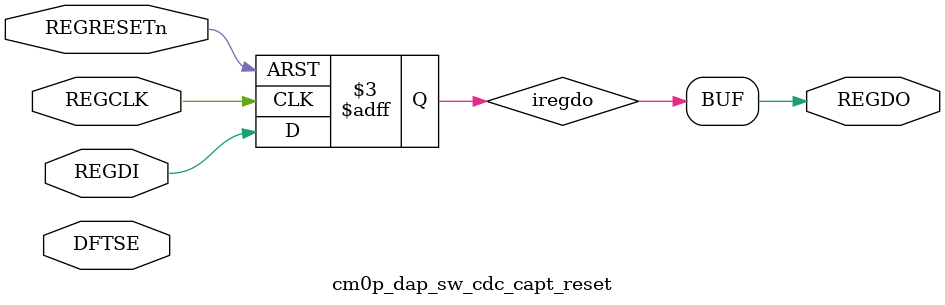
<source format=v>

module cm0p_dap_sw_cdc_capt_reset
          (input  wire REGCLK,     // Register Clock
           input  wire REGRESETn,  // Reset
           input  wire REGDI,      // Data Input
           input  wire DFTSE,      // Scan Enable for DFT
           output wire REGDO);     // Data Output

  // --------------------------------------------------------------------------
  // NOTE: THIS MODULE IS NOT INTENDED FOR USE IN SYNTHESIS
  // IT IS STRONGLY RECOMMENDED THAT AN EQUIVALENT MODULE
  // DIRECTLY INSTANTIATING CELLS FROM YOUR LIBRARY THAT MEET
  // THE REQUIREMENTS DETAILED BELOW IS USED INSTEAD
  // --------------------------------------------------------------------------

  // --------------------------------------------------------------------------
  // This module is instantiated where a CDC signal is sampled. The register
  // output may become metastable when the input signal was not stable at
  // a clock edge but must resolve this condition at the next clock edge
  // when the input is stable.
  //
  // The reset state of this register must be 1 for correct operation.
  //
  // The implementation of this module must ensure that this requirement is
  // met.
  // --------------------------------------------------------------------------

  // --------------------------------------------------------------------------
  // Signal Declarations
  // --------------------------------------------------------------------------

  reg iregdo;  // Output of Register

  //----------------------------------------------------------------------------
  // Beginning of main code
  //----------------------------------------------------------------------------

  //Register
  always @ (posedge REGCLK or negedge REGRESETn)
    if (!REGRESETn)
      iregdo <= 1'b1;   // The register MUST reset to 1
    else
      iregdo <= REGDI;

  // The output from the first register must only be sampled when the input
  // sequence was known to be synchronous.
  assign REGDO = iregdo;

endmodule

</source>
